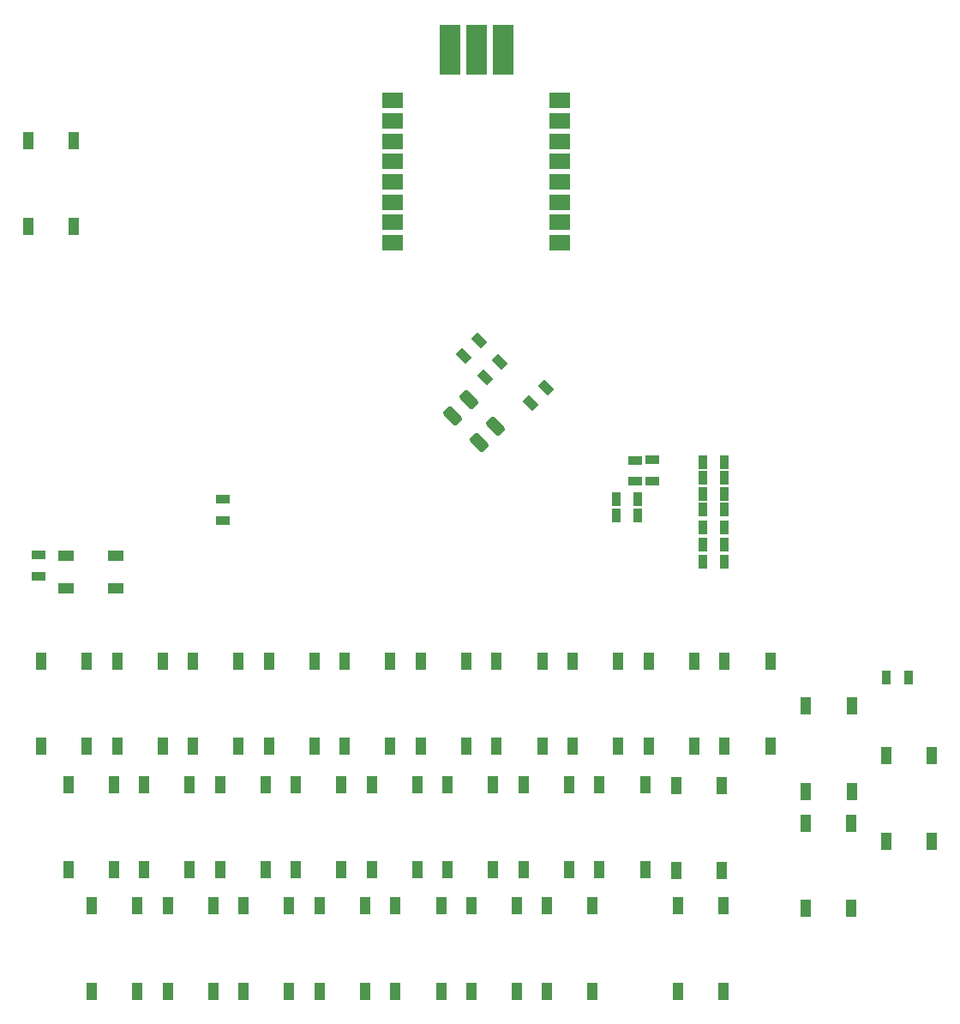
<source format=gtp>
G04*
G04 #@! TF.GenerationSoftware,Altium Limited,Altium Designer,21.0.8 (223)*
G04*
G04 Layer_Color=8421504*
%FSLAX44Y44*%
%MOMM*%
G71*
G04*
G04 #@! TF.SameCoordinates,C7DFD244-51E8-418D-9BDC-30C7F22D4A59*
G04*
G04*
G04 #@! TF.FilePolarity,Positive*
G04*
G01*
G75*
%ADD19R,1.1000X1.7000*%
G04:AMPARAMS|DCode=20|XSize=1.4mm|YSize=0.9mm|CornerRadius=0mm|HoleSize=0mm|Usage=FLASHONLY|Rotation=135.000|XOffset=0mm|YOffset=0mm|HoleType=Round|Shape=Rectangle|*
%AMROTATEDRECTD20*
4,1,4,0.8132,-0.1768,0.1768,-0.8132,-0.8132,0.1768,-0.1768,0.8132,0.8132,-0.1768,0.0*
%
%ADD20ROTATEDRECTD20*%

%ADD21R,1.4000X0.9000*%
%ADD22R,0.9000X1.4000*%
%ADD23R,0.8500X1.3500*%
%ADD24R,2.0000X1.5000*%
%ADD25R,2.0000X5.0000*%
%ADD26R,1.5000X1.0000*%
G04:AMPARAMS|DCode=27|XSize=1.9mm|YSize=1.1mm|CornerRadius=0.275mm|HoleSize=0mm|Usage=FLASHONLY|Rotation=315.000|XOffset=0mm|YOffset=0mm|HoleType=Round|Shape=RoundedRectangle|*
%AMROUNDEDRECTD27*
21,1,1.9000,0.5500,0,0,315.0*
21,1,1.3500,1.1000,0,0,315.0*
1,1,0.5500,0.2828,-0.6718*
1,1,0.5500,-0.6718,0.2828*
1,1,0.5500,-0.2828,0.6718*
1,1,0.5500,0.6718,-0.2828*
%
%ADD27ROUNDEDRECTD27*%
D19*
X870658Y240571D02*
D03*
Y324571D02*
D03*
X825658Y324571D02*
D03*
Y240571D02*
D03*
X744092Y43425D02*
D03*
Y127425D02*
D03*
X699092Y127425D02*
D03*
Y43425D02*
D03*
X57500Y882500D02*
D03*
Y798500D02*
D03*
X102500Y798500D02*
D03*
Y882500D02*
D03*
X390052Y43425D02*
D03*
Y127425D02*
D03*
X345052Y127425D02*
D03*
Y43425D02*
D03*
X640000Y285000D02*
D03*
Y369000D02*
D03*
X595000Y369000D02*
D03*
Y285000D02*
D03*
X115000Y285000D02*
D03*
Y369000D02*
D03*
X70000Y369000D02*
D03*
Y285000D02*
D03*
X145000D02*
D03*
Y369000D02*
D03*
X190000Y369000D02*
D03*
Y285000D02*
D03*
X265000D02*
D03*
Y369000D02*
D03*
X220000Y369000D02*
D03*
Y285000D02*
D03*
X295000Y285000D02*
D03*
Y369000D02*
D03*
X340000Y369000D02*
D03*
Y285000D02*
D03*
X415000Y285000D02*
D03*
Y369000D02*
D03*
X370000Y369000D02*
D03*
Y285000D02*
D03*
X445000D02*
D03*
Y369000D02*
D03*
X490000Y369000D02*
D03*
Y285000D02*
D03*
X565000D02*
D03*
Y369000D02*
D03*
X520000Y369000D02*
D03*
Y285000D02*
D03*
X715000Y285000D02*
D03*
Y369000D02*
D03*
X670000Y369000D02*
D03*
Y285000D02*
D03*
X745250Y285000D02*
D03*
Y369000D02*
D03*
X790250Y369000D02*
D03*
Y285000D02*
D03*
X216645Y163167D02*
D03*
Y247167D02*
D03*
X171645Y247167D02*
D03*
Y163167D02*
D03*
X246645D02*
D03*
Y247167D02*
D03*
X291645Y247167D02*
D03*
Y163167D02*
D03*
X366645D02*
D03*
Y247167D02*
D03*
X321645Y247167D02*
D03*
Y163167D02*
D03*
X396645D02*
D03*
Y247167D02*
D03*
X441645Y247167D02*
D03*
Y163167D02*
D03*
X516645D02*
D03*
Y247167D02*
D03*
X471645Y247167D02*
D03*
Y163167D02*
D03*
X546645D02*
D03*
Y247167D02*
D03*
X591645Y247167D02*
D03*
Y163167D02*
D03*
X666645D02*
D03*
Y247167D02*
D03*
X621645Y247167D02*
D03*
Y163167D02*
D03*
X697500Y162500D02*
D03*
Y246500D02*
D03*
X742500Y246500D02*
D03*
Y162500D02*
D03*
X165052Y43425D02*
D03*
Y127425D02*
D03*
X120052Y127425D02*
D03*
Y43425D02*
D03*
X195052D02*
D03*
Y127425D02*
D03*
X240052Y127425D02*
D03*
Y43425D02*
D03*
X315052Y43425D02*
D03*
Y127425D02*
D03*
X270052Y127425D02*
D03*
Y43425D02*
D03*
X465052Y43425D02*
D03*
Y127425D02*
D03*
X420052Y127425D02*
D03*
Y43425D02*
D03*
X495052D02*
D03*
Y127425D02*
D03*
X540052Y127425D02*
D03*
Y43425D02*
D03*
X614728Y43425D02*
D03*
Y127425D02*
D03*
X569728Y127425D02*
D03*
Y43425D02*
D03*
X950000Y191500D02*
D03*
Y275500D02*
D03*
X905000Y275500D02*
D03*
Y191500D02*
D03*
X870000Y125000D02*
D03*
Y209000D02*
D03*
X825000Y209000D02*
D03*
Y125000D02*
D03*
X141750Y163000D02*
D03*
Y247000D02*
D03*
X96750Y247000D02*
D03*
Y163000D02*
D03*
D20*
X568425Y638925D02*
D03*
X553575Y624075D02*
D03*
X508576Y649575D02*
D03*
X487825Y670575D02*
D03*
X523425Y664424D02*
D03*
X502675Y685425D02*
D03*
D21*
X656500Y546500D02*
D03*
Y567500D02*
D03*
X674000Y546750D02*
D03*
X674000Y567750D02*
D03*
X249750Y529250D02*
D03*
X67185Y452799D02*
D03*
X249750Y508250D02*
D03*
X67185Y473799D02*
D03*
D22*
X659000Y512750D02*
D03*
X638000Y512750D02*
D03*
X659000Y529000D02*
D03*
X638000D02*
D03*
X744500Y467000D02*
D03*
X744750Y500750D02*
D03*
X723750Y500750D02*
D03*
X723500Y467000D02*
D03*
X723750Y518750D02*
D03*
X744750D02*
D03*
D23*
X926750Y353250D02*
D03*
X904750D02*
D03*
X745250Y550000D02*
D03*
X723250D02*
D03*
X723250Y565500D02*
D03*
X745250D02*
D03*
X723250Y484500D02*
D03*
X745250D02*
D03*
X723250Y534500D02*
D03*
X745250D02*
D03*
D24*
X582032Y902302D02*
D03*
Y882302D02*
D03*
Y862302D02*
D03*
Y842302D02*
D03*
Y822302D02*
D03*
Y802302D02*
D03*
X417032Y782302D02*
D03*
Y802302D02*
D03*
Y822302D02*
D03*
Y842302D02*
D03*
Y862302D02*
D03*
Y882302D02*
D03*
Y922302D02*
D03*
Y902302D02*
D03*
X582032Y782302D02*
D03*
Y922302D02*
D03*
D25*
X473999Y972500D02*
D03*
X526000D02*
D03*
X500000D02*
D03*
D26*
X143715Y440963D02*
D03*
Y472963D02*
D03*
X94715Y440963D02*
D03*
Y472963D02*
D03*
D27*
X476500Y610750D02*
D03*
X492763Y627014D02*
D03*
X518926Y600851D02*
D03*
X502663Y584587D02*
D03*
M02*

</source>
